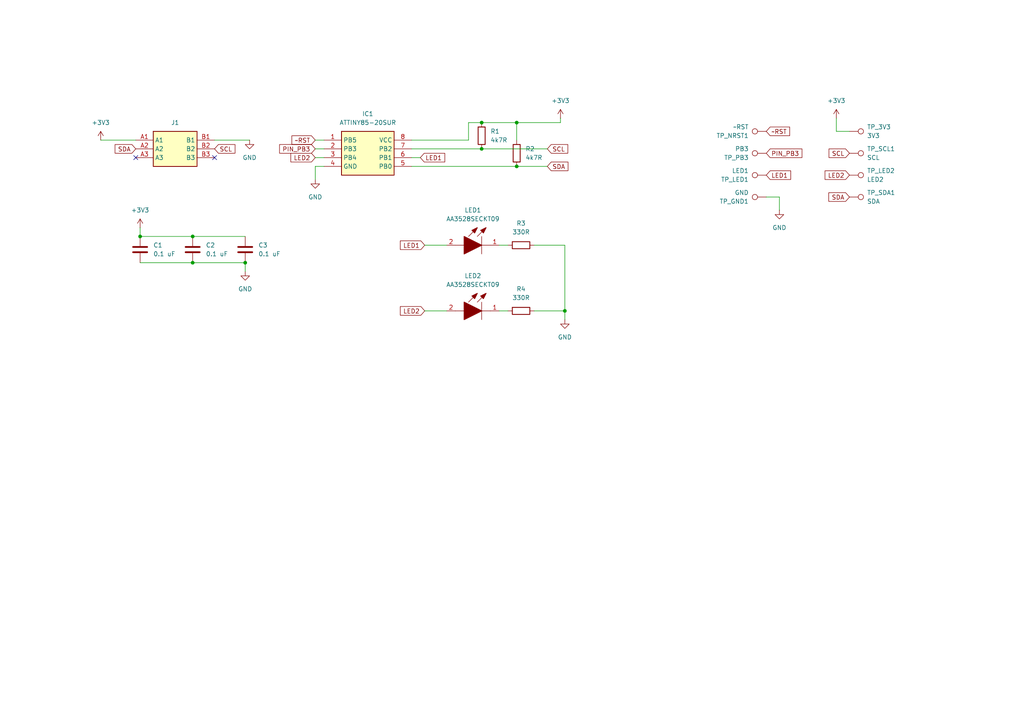
<source format=kicad_sch>
(kicad_sch (version 20231120) (generator "eeschema") (generator_version "8.0")
  (paper "A4")
  (lib_symbols
    (symbol "Connector:TestPoint" (pin_numbers hide) (pin_names (offset 0.762) hide)
      (property "Reference" "TP" (at 0 6.858 0))
      (property "Value" "TestPoint" (at 0 5.08 0))
      (symbol "TestPoint_0_1"
        (circle (center 0 3.302) (radius 0.762))
      )
      (symbol "TestPoint_1_1"
        (pin passive line (at 0 0 90) (length 2.54) (name "1") (number "1"))
      )
    )
    (symbol "Device:C" (pin_numbers hide) (pin_names (offset 0.254))
      (property "Reference" "C" (at 0.635 2.54 0))
      (property "Value" "C" (at 0.635 -2.54 0))
      (symbol "C_0_1"
        (polyline (pts (xy -2.032 -0.762) (xy 2.032 -0.762)) (stroke (width 0.508)))
        (polyline (pts (xy -2.032 0.762) (xy 2.032 0.762)) (stroke (width 0.508)))
      )
      (symbol "C_1_1"
        (pin passive line (at 0 3.81 270) (length 2.794) (name "~") (number "1"))
        (pin passive line (at 0 -3.81 90) (length 2.794) (name "~") (number "2"))
      )
    )
    (symbol "Device:R" (pin_numbers hide) (pin_names (offset 0))
      (property "Reference" "R" (at 2.032 0 90))
      (property "Value" "R" (at 0 0 90))
      (symbol "R_0_1"
        (rectangle (start -1.016 -2.54) (end 1.016 2.54) (stroke (width 0.254)))
      )
      (symbol "R_1_1"
        (pin passive line (at 0 3.81 270) (length 1.27) (name "~") (number "1"))
        (pin passive line (at 0 -3.81 90) (length 1.27) (name "~") (number "2"))
      )
    )
    (symbol "SamacSys_Parts_lib:AA3528SECKT09" (pin_names (offset 0.762))
      (property "Reference" "LED" (at 12.7 8.89 0))
      (property "Value" "AA3528SECKT09" (at 12.7 6.35 0))
      (symbol "AA3528SECKT09_0_0"
        (pin passive line (at 0 0 0) (length 2.54) (name "~") (number "1"))
        (pin passive line (at 15.24 0 180) (length 2.54) (name "~") (number "2"))
      )
      (symbol "AA3528SECKT09_0_1"
        (polyline (pts (xy 2.54 0) (xy 5.08 0)) (stroke (width 0.1524)))
        (polyline (pts (xy 5.08 2.54) (xy 5.08 -2.54)) (stroke (width 0.1524)))
        (polyline (pts (xy 6.35 2.54) (xy 3.81 5.08)) (stroke (width 0.1524)))
        (polyline (pts (xy 8.89 2.54) (xy 6.35 5.08)) (stroke (width 0.1524)))
        (polyline (pts (xy 10.16 0) (xy 12.7 0)) (stroke (width 0.1524)))
        (polyline (pts (xy 5.08 0) (xy 10.16 2.54) (xy 10.16 -2.54) (xy 5.08 0)) (stroke (width 0.254)) (fill (type outline)))
        (polyline (pts (xy 5.334 4.318) (xy 4.572 3.556) (xy 3.81 5.08) (xy 5.334 4.318)) (stroke (width 0.254)) (fill (type outline)))
        (polyline (pts (xy 7.874 4.318) (xy 7.112 3.556) (xy 6.35 5.08) (xy 7.874 4.318)) (stroke (width 0.254)) (fill (type outline)))
      )
    )
    (symbol "SamacSys_Parts_sym:10129383-906002BLF"
      (property "Reference" "J" (at 19.05 7.62 0))
      (property "Value" "10129383-906002BLF" (at 19.05 5.08 0))
      (symbol "10129383-906002BLF_1_1"
        (rectangle (start 5.08 2.54) (end 17.78 -7.62) (stroke (width 0.254)) (fill (type background)))
        (pin passive line (at 0 0 0) (length 5.08) (name "A1") (number "A1"))
        (pin passive line (at 0 -2.54 0) (length 5.08) (name "A2") (number "A2"))
        (pin passive line (at 0 -5.08 0) (length 5.08) (name "A3") (number "A3"))
        (pin passive line (at 22.86 0 180) (length 5.08) (name "B1") (number "B1"))
        (pin passive line (at 22.86 -2.54 180) (length 5.08) (name "B2") (number "B2"))
        (pin passive line (at 22.86 -5.08 180) (length 5.08) (name "B3") (number "B3"))
      )
    )
    (symbol "SamacSys_Parts_sym:ATTINY85-20SUR"
      (property "Reference" "IC" (at 21.59 7.62 0))
      (property "Value" "ATTINY85-20SUR" (at 21.59 5.08 0))
      (symbol "ATTINY85-20SUR_1_1"
        (rectangle (start 5.08 2.54) (end 20.32 -10.16) (stroke (width 0.254)) (fill (type background)))
        (pin passive line (at 0 0 0) (length 5.08) (name "PB5") (number "1"))
        (pin passive line (at 0 -2.54 0) (length 5.08) (name "PB3") (number "2"))
        (pin passive line (at 0 -5.08 0) (length 5.08) (name "PB4") (number "3"))
        (pin passive line (at 0 -7.62 0) (length 5.08) (name "GND") (number "4"))
        (pin passive line (at 25.4 -7.62 180) (length 5.08) (name "PB0") (number "5"))
        (pin passive line (at 25.4 -5.08 180) (length 5.08) (name "PB1") (number "6"))
        (pin passive line (at 25.4 -2.54 180) (length 5.08) (name "PB2") (number "7"))
        (pin passive line (at 25.4 0 180) (length 5.08) (name "VCC") (number "8"))
      )
    )
    (symbol "power:+3V3" (power) (pin_numbers hide) (pin_names (offset 0) hide)
      (property "Value" "+3V3" (at 0 3.556 0))
      (symbol "+3V3_0_1"
        (polyline (pts (xy -0.762 1.27) (xy 0 2.54)))
        (polyline (pts (xy 0 0) (xy 0 2.54)))
        (polyline (pts (xy 0 2.54) (xy 0.762 1.27)))
      )
      (symbol "+3V3_1_1"
        (pin power_in line (at 0 0 90) (length 0) (name "~") (number "1"))
      )
    )
    (symbol "power:GND" (power) (pin_numbers hide) (pin_names (offset 0) hide)
      (property "Value" "GND" (at 0 -3.81 0))
      (symbol "GND_0_1"
        (polyline (pts (xy 0 0) (xy 0 -1.27) (xy 1.27 -1.27) (xy 0 -2.54) (xy -1.27 -1.27) (xy 0 -1.27)))
      )
      (symbol "GND_1_1"
        (pin power_in line (at 0 0 270) (length 0) (name "~") (number "1"))
      )
    )
  )
  (junction (at 55.88 76.2))
  (junction (at 149.86 35.56))
  (junction (at 139.7 43.18))
  (junction (at 139.7 35.56))
  (junction (at 71.12 76.2))
  (junction (at 55.88 68.58))
  (junction (at 149.86 48.26))
  (junction (at 40.64 68.58))
  (junction (at 163.83 90.17))
  (no_connect (at 62.23 45.72))
  (no_connect (at 39.37 45.72))
  (wire (pts (xy 40.64 68.58) (xy 55.88 68.58)))
  (wire (pts (xy 149.86 35.56) (xy 149.86 40.64)))
  (wire (pts (xy 154.94 71.12) (xy 163.83 71.12)))
  (wire (pts (xy 149.86 48.26) (xy 158.75 48.26)))
  (wire (pts (xy 55.88 76.2) (xy 71.12 76.2)))
  (wire (pts (xy 119.38 40.64) (xy 135.89 40.64)))
  (wire (pts (xy 162.56 35.56) (xy 162.56 34.29)))
  (wire (pts (xy 242.57 34.29) (xy 242.57 38.1)))
  (wire (pts (xy 144.78 71.12) (xy 147.32 71.12)))
  (wire (pts (xy 40.64 66.04) (xy 40.64 68.58)))
  (wire (pts (xy 123.19 90.17) (xy 129.54 90.17)))
  (wire (pts (xy 149.86 35.56) (xy 162.56 35.56)))
  (wire (pts (xy 154.94 90.17) (xy 163.83 90.17)))
  (wire (pts (xy 139.7 43.18) (xy 158.75 43.18)))
  (wire (pts (xy 226.06 60.96) (xy 226.06 57.15)))
  (wire (pts (xy 91.44 40.64) (xy 93.98 40.64)))
  (wire (pts (xy 91.44 43.18) (xy 93.98 43.18)))
  (wire (pts (xy 91.44 52.07) (xy 91.44 48.26)))
  (wire (pts (xy 226.06 57.15) (xy 222.25 57.15)))
  (wire (pts (xy 91.44 48.26) (xy 93.98 48.26)))
  (wire (pts (xy 62.23 40.64) (xy 72.39 40.64)))
  (wire (pts (xy 135.89 35.56) (xy 135.89 40.64)))
  (wire (pts (xy 121.92 45.72) (xy 119.38 45.72)))
  (wire (pts (xy 91.44 45.72) (xy 93.98 45.72)))
  (wire (pts (xy 119.38 48.26) (xy 149.86 48.26)))
  (wire (pts (xy 163.83 92.71) (xy 163.83 90.17)))
  (wire (pts (xy 29.21 40.64) (xy 39.37 40.64)))
  (wire (pts (xy 139.7 35.56) (xy 149.86 35.56)))
  (wire (pts (xy 242.57 38.1) (xy 246.38 38.1)))
  (wire (pts (xy 144.78 90.17) (xy 147.32 90.17)))
  (wire (pts (xy 123.19 71.12) (xy 129.54 71.12)))
  (wire (pts (xy 55.88 68.58) (xy 71.12 68.58)))
  (wire (pts (xy 135.89 35.56) (xy 139.7 35.56)))
  (wire (pts (xy 163.83 90.17) (xy 163.83 71.12)))
  (wire (pts (xy 71.12 78.74) (xy 71.12 76.2)))
  (wire (pts (xy 40.64 76.2) (xy 55.88 76.2)))
  (wire (pts (xy 119.38 43.18) (xy 139.7 43.18)))
  (global_label "LED1" (shape input) (at 121.92 45.72 0) (property "Intersheetrefs" "${INTERSHEET_REFS}" (effects (hide yes))))
  (global_label "SCL" (shape input) (at 158.75 43.18 0) (property "Intersheetrefs" "${INTERSHEET_REFS}" (effects (hide yes))))
  (global_label "LED2" (shape input) (at 91.44 45.72 180) (property "Intersheetrefs" "${INTERSHEET_REFS}" (effects (hide yes))))
  (global_label "SDA" (shape input) (at 246.38 57.15 180) (property "Intersheetrefs" "${INTERSHEET_REFS}" (effects (hide yes))))
  (global_label "SCL" (shape input) (at 62.23 43.18 0) (property "Intersheetrefs" "${INTERSHEET_REFS}" (effects (hide yes))))
  (global_label "LED2" (shape input) (at 123.19 90.17 180) (property "Intersheetrefs" "${INTERSHEET_REFS}" (effects (hide yes))))
  (global_label "PIN_PB3" (shape input) (at 222.25 44.45 0) (property "Intersheetrefs" "${INTERSHEET_REFS}" (effects (hide yes))))
  (global_label "~RST" (shape input) (at 91.44 40.64 180) (property "Intersheetrefs" "${INTERSHEET_REFS}" (effects (hide yes))))
  (global_label "LED2" (shape input) (at 246.38 50.8 180) (property "Intersheetrefs" "${INTERSHEET_REFS}" (effects (hide yes))))
  (global_label "~RST" (shape input) (at 222.25 38.1 0) (property "Intersheetrefs" "${INTERSHEET_REFS}" (effects (hide yes))))
  (global_label "LED1" (shape input) (at 222.25 50.8 0) (property "Intersheetrefs" "${INTERSHEET_REFS}" (effects (hide yes))))
  (global_label "PIN_PB3" (shape input) (at 91.44 43.18 180) (property "Intersheetrefs" "${INTERSHEET_REFS}" (effects (hide yes))))
  (global_label "LED1" (shape input) (at 123.19 71.12 180) (property "Intersheetrefs" "${INTERSHEET_REFS}" (effects (hide yes))))
  (global_label "SDA" (shape input) (at 158.75 48.26 0) (property "Intersheetrefs" "${INTERSHEET_REFS}" (effects (hide yes))))
  (global_label "SDA" (shape input) (at 39.37 43.18 180) (property "Intersheetrefs" "${INTERSHEET_REFS}" (effects (hide yes))))
  (global_label "SCL" (shape input) (at 246.38 44.45 180) (property "Intersheetrefs" "${INTERSHEET_REFS}" (effects (hide yes))))
  (symbol (lib_id "Device:C") (at 55.88 72.39 0) (unit 1)
    (property "Reference" "C2" (at 59.69 71.1199 0) (effects (justify left)))
    (property "Value" "0.1 uF" (at 59.69 73.6599 0) (effects (justify left)))
    (property "Footprint" "Capacitor_SMD:C_0603_1608Metric_Pad1.08x0.95mm_HandSolder" (effects (hide yes)))
    (property "Description" "Unpolarized capacitor" (effects (hide yes)))
  )
  (symbol (lib_id "Device:R") (at 139.7 39.37 0) (unit 1)
    (property "Reference" "R1" (at 142.24 38.0999 0) (effects (justify left)))
    (property "Value" "4k7R" (at 142.24 40.6399 0) (effects (justify left)))
    (property "Footprint" "Resistor_SMD:R_0603_1608Metric_Pad0.98x0.95mm_HandSolder" (effects (hide yes)))
    (property "Description" "Resistor" (effects (hide yes)))
  )
  (symbol (lib_id "Connector:TestPoint") (at 246.38 57.15 270) (unit 1)
    (property "Reference" "TP_SDA1" (at 251.46 55.8799 90) (effects (justify left)))
    (property "Value" "SDA" (at 251.46 58.4199 90) (effects (justify left)))
    (property "Footprint" "TestPoint:TestPoint_Pad_D1.0mm" (effects (hide yes)))
    (property "Description" "test point" (effects (hide yes)))
  )
  (symbol (lib_id "power:GND") (at 226.06 60.96 0) (unit 1)
    (property "Reference" "#PWR07" (effects (hide yes)))
    (property "Value" "GND" (at 226.06 66.04 0))
    (property "Description" "Power symbol creates a global label with name \"GND\" , ground" (effects (hide yes)))
  )
  (symbol (lib_id "power:+3V3") (at 29.21 40.64 0) (unit 1)
    (property "Reference" "#PWR02" (effects (hide yes)))
    (property "Value" "+3V3" (at 29.21 35.56 0))
    (property "Description" "Power symbol creates a global label with name \"+3V3\"" (effects (hide yes)))
  )
  (symbol (lib_id "power:+3V3") (at 40.64 66.04 0) (unit 1)
    (property "Reference" "#PWR09" (effects (hide yes)))
    (property "Value" "+3V3" (at 40.64 60.96 0))
    (property "Description" "Power symbol creates a global label with name \"+3V3\"" (effects (hide yes)))
  )
  (symbol (lib_id "SamacSys_Parts_lib:AA3528SECKT09") (at 144.78 71.12 0) (mirror y) (unit 1)
    (property "Reference" "LED1" (at 137.16 60.96 0))
    (property "Value" "AA3528SECKT09" (at 137.16 63.5 0))
    (property "Footprint" "SamacSys_Parts:AA3528SECKT09" (effects (hide yes)))
    (property "Datasheet" "https://www.kingbrightusa.com/images/catalog/SPEC/AA3528SECKT09.pdf" (effects (hide yes)))
    (property "Description" "Standard LEDs - SMD 3.5x2.8mm ORANGE Z BEND" (effects (hide yes)))
    (property "Description_1" "Standard LEDs - SMD 3.5x2.8mm ORANGE Z BEND" (effects (hide yes)))
    (property "Height" "2.15" (effects (hide yes)))
    (property "Mouser Part Number" "604-AA3528SECKT09" (effects (hide yes)))
    (property "Mouser Price/Stock" "https://www.mouser.co.uk/ProductDetail/Kingbright/AA3528SECKT09?qs=PzGy0jfpSMsnOvrc03wD0w%3D%3D" (effects (hide yes)))
    (property "Manufacturer_Name" "Kingbright" (effects (hide yes)))
    (property "Manufacturer_Part_Number" "AA3528SECKT09" (effects (hide yes)))
  )
  (symbol (lib_id "Connector:TestPoint") (at 246.38 38.1 270) (unit 1)
    (property "Reference" "TP_3V3" (at 251.46 36.8299 90) (effects (justify left)))
    (property "Value" "3V3" (at 251.46 39.3699 90) (effects (justify left)))
    (property "Footprint" "TestPoint:TestPoint_Pad_D1.0mm" (effects (hide yes)))
    (property "Description" "test point" (effects (hide yes)))
  )
  (symbol (lib_id "Connector:TestPoint") (at 222.25 57.15 90) (unit 1)
    (property "Reference" "TP_GND1" (at 217.17 58.4201 90) (effects (justify left)))
    (property "Value" "GND" (at 217.17 55.8801 90) (effects (justify left)))
    (property "Footprint" "TestPoint:TestPoint_Pad_D1.0mm" (effects (hide yes)))
    (property "Description" "test point" (effects (hide yes)))
  )
  (symbol (lib_id "Device:C") (at 71.12 72.39 0) (unit 1)
    (property "Reference" "C3" (at 74.93 71.1199 0) (effects (justify left)))
    (property "Value" "0.1 uF" (at 74.93 73.6599 0) (effects (justify left)))
    (property "Footprint" "Capacitor_SMD:C_0603_1608Metric_Pad1.08x0.95mm_HandSolder" (effects (hide yes)))
    (property "Description" "Unpolarized capacitor" (effects (hide yes)))
  )
  (symbol (lib_id "SamacSys_Parts_lib:AA3528SECKT09") (at 144.78 90.17 0) (mirror y) (unit 1)
    (property "Reference" "LED2" (at 137.16 80.01 0))
    (property "Value" "AA3528SECKT09" (at 137.16 82.55 0))
    (property "Footprint" "SamacSys_Parts:AA3528SECKT09" (effects (hide yes)))
    (property "Datasheet" "https://www.kingbrightusa.com/images/catalog/SPEC/AA3528SECKT09.pdf" (effects (hide yes)))
    (property "Description" "Standard LEDs - SMD 3.5x2.8mm ORANGE Z BEND" (effects (hide yes)))
    (property "Description_1" "Standard LEDs - SMD 3.5x2.8mm ORANGE Z BEND" (effects (hide yes)))
    (property "Height" "2.15" (effects (hide yes)))
    (property "Mouser Part Number" "604-AA3528SECKT09" (effects (hide yes)))
    (property "Mouser Price/Stock" "https://www.mouser.co.uk/ProductDetail/Kingbright/AA3528SECKT09?qs=PzGy0jfpSMsnOvrc03wD0w%3D%3D" (effects (hide yes)))
    (property "Manufacturer_Name" "Kingbright" (effects (hide yes)))
    (property "Manufacturer_Part_Number" "AA3528SECKT09" (effects (hide yes)))
  )
  (symbol (lib_id "Connector:TestPoint") (at 246.38 50.8 270) (unit 1)
    (property "Reference" "TP_LED2" (at 251.46 49.5299 90) (effects (justify left)))
    (property "Value" "LED2" (at 251.46 52.0699 90) (effects (justify left)))
    (property "Footprint" "TestPoint:TestPoint_Pad_D1.0mm" (effects (hide yes)))
    (property "Description" "test point" (effects (hide yes)))
  )
  (symbol (lib_id "power:GND") (at 72.39 40.64 0) (unit 1)
    (property "Reference" "#PWR03" (effects (hide yes)))
    (property "Value" "GND" (at 72.39 45.72 0))
    (property "Description" "Power symbol creates a global label with name \"GND\" , ground" (effects (hide yes)))
  )
  (symbol (lib_id "Connector:TestPoint") (at 222.25 50.8 90) (unit 1)
    (property "Reference" "TP_LED1" (at 217.17 52.0701 90) (effects (justify left)))
    (property "Value" "LED1" (at 217.17 49.5301 90) (effects (justify left)))
    (property "Footprint" "TestPoint:TestPoint_Pad_D1.0mm" (effects (hide yes)))
    (property "Description" "test point" (effects (hide yes)))
  )
  (symbol (lib_id "power:+3V3") (at 162.56 34.29 0) (unit 1)
    (property "Reference" "#PWR05" (effects (hide yes)))
    (property "Value" "+3V3" (at 162.56 29.21 0))
    (property "Description" "Power symbol creates a global label with name \"+3V3\"" (effects (hide yes)))
  )
  (symbol (lib_id "Device:R") (at 149.86 44.45 0) (unit 1)
    (property "Reference" "R2" (at 152.4 43.1799 0) (effects (justify left)))
    (property "Value" "4k7R" (at 152.4 45.7199 0) (effects (justify left)))
    (property "Footprint" "Resistor_SMD:R_0603_1608Metric_Pad0.98x0.95mm_HandSolder" (effects (hide yes)))
    (property "Description" "Resistor" (effects (hide yes)))
  )
  (symbol (lib_id "Connector:TestPoint") (at 222.25 44.45 90) (unit 1)
    (property "Reference" "TP_PB3" (at 217.17 45.7201 90) (effects (justify left)))
    (property "Value" "PB3" (at 217.17 43.1801 90) (effects (justify left)))
    (property "Footprint" "TestPoint:TestPoint_Pad_D1.0mm" (effects (hide yes)))
    (property "Description" "test point" (effects (hide yes)))
  )
  (symbol (lib_id "SamacSys_Parts_sym:ATTINY85-20SUR") (at 93.98 40.64 0) (unit 1)
    (property "Reference" "IC1" (at 106.68 33.02 0))
    (property "Value" "ATTINY85-20SUR" (at 106.68 35.56 0))
    (property "Footprint" "SamacSys_Parts:SOIC127P798X216-8N" (effects (hide yes)))
    (property "Datasheet" "http://ww1.microchip.com/downloads/en/DeviceDoc/Atmel-2586-AVR-8-bit-Microcontroller-ATtiny25-ATtiny45-ATtiny85_Datasheet.pdf" (effects (hide yes)))
    (property "Description" "MICROCHIP - ATTINY85-20SUR - MCU, 8BIT, AVR, 20MHZ, SOIJ-8" (effects (hide yes)))
    (property "Height" "2.16" (effects (hide yes)))
    (property "Mouser Part Number" "556-ATTINY85-20SUR" (effects (hide yes)))
    (property "Mouser Price/Stock" "https://www.mouser.co.uk/ProductDetail/Microchip-Technology/ATTINY85-20SUR?qs=6Dg1WZIWLC6UmR7J9f97hw%3D%3D" (effects (hide yes)))
    (property "Manufacturer_Name" "Microchip" (effects (hide yes)))
    (property "Manufacturer_Part_Number" "ATTINY85-20SUR" (effects (hide yes)))
  )
  (symbol (lib_id "Connector:TestPoint") (at 246.38 44.45 270) (unit 1)
    (property "Reference" "TP_SCL1" (at 251.46 43.1799 90) (effects (justify left)))
    (property "Value" "SCL" (at 251.46 45.7199 90) (effects (justify left)))
    (property "Footprint" "TestPoint:TestPoint_Pad_D1.0mm" (effects (hide yes)))
    (property "Description" "test point" (effects (hide yes)))
  )
  (symbol (lib_id "Device:C") (at 40.64 72.39 0) (unit 1)
    (property "Reference" "C1" (at 44.45 71.1199 0) (effects (justify left)))
    (property "Value" "0.1 uF" (at 44.45 73.6599 0) (effects (justify left)))
    (property "Footprint" "Capacitor_SMD:C_0603_1608Metric_Pad1.08x0.95mm_HandSolder" (effects (hide yes)))
    (property "Description" "Unpolarized capacitor" (effects (hide yes)))
  )
  (symbol (lib_id "Connector:TestPoint") (at 222.25 38.1 90) (unit 1)
    (property "Reference" "TP_NRST1" (at 217.17 39.3701 90) (effects (justify left)))
    (property "Value" "~RST" (at 217.17 36.8301 90) (effects (justify left)))
    (property "Footprint" "TestPoint:TestPoint_Pad_D1.0mm" (effects (hide yes)))
    (property "Description" "test point" (effects (hide yes)))
  )
  (symbol (lib_id "power:GND") (at 91.44 52.07 0) (unit 1)
    (property "Reference" "#PWR04" (effects (hide yes)))
    (property "Value" "GND" (at 91.44 57.15 0))
    (property "Description" "Power symbol creates a global label with name \"GND\" , ground" (effects (hide yes)))
  )
  (symbol (lib_id "Device:R") (at 151.13 71.12 90) (unit 1)
    (property "Reference" "R3" (at 151.13 64.77 90))
    (property "Value" "330R" (at 151.13 67.31 90))
    (property "Footprint" "Resistor_SMD:R_0603_1608Metric_Pad0.98x0.95mm_HandSolder" (effects (hide yes)))
    (property "Description" "Resistor" (effects (hide yes)))
  )
  (symbol (lib_id "power:+3V3") (at 242.57 34.29 0) (unit 1)
    (property "Reference" "#PWR06" (effects (hide yes)))
    (property "Value" "+3V3" (at 242.57 29.21 0))
    (property "Description" "Power symbol creates a global label with name \"+3V3\"" (effects (hide yes)))
  )
  (symbol (lib_id "power:GND") (at 71.12 78.74 0) (unit 1)
    (property "Reference" "#PWR08" (effects (hide yes)))
    (property "Value" "GND" (at 71.12 83.82 0))
    (property "Description" "Power symbol creates a global label with name \"GND\" , ground" (effects (hide yes)))
  )
  (symbol (lib_id "SamacSys_Parts_sym:10129383-906002BLF") (at 39.37 40.64 0) (unit 1)
    (property "Reference" "J1" (at 50.8 35.56 0))
    (property "Value" "10129383-906002BLF" (effects (hide yes)))
    (property "Footprint" "SamacSys_Parts:10129383906002BLF" (effects (hide yes)))
    (property "Datasheet" "https://cdn.amphenol-cs.com/media/wysiwyg/files/documentation/datasheet/boardwiretoboard/bwb_econostik_254headers.pdf" (effects (hide yes)))
    (property "Description" "EconoStik, Board to Board connector, Unshrouded Vertical Header, Surface Mount, Double Row, 6 Positions, 2.54 mm (0.100in) Pitch." (effects (hide yes)))
    (property "Height" "12.09" (effects (hide yes)))
    (property "Manufacturer_Name" "Amphenol Communications Solutions" (effects (hide yes)))
    (property "Manufacturer_Part_Number" "10129383-906002BLF" (effects (hide yes)))
  )
  (symbol (lib_id "power:GND") (at 163.83 92.71 0) (unit 1)
    (property "Reference" "#PWR01" (effects (hide yes)))
    (property "Value" "GND" (at 163.83 97.79 0))
    (property "Description" "Power symbol creates a global label with name \"GND\" , ground" (effects (hide yes)))
  )
  (symbol (lib_id "Device:R") (at 151.13 90.17 90) (unit 1)
    (property "Reference" "R4" (at 151.13 83.82 90))
    (property "Value" "330R" (at 151.13 86.36 90))
    (property "Footprint" "Resistor_SMD:R_0603_1608Metric_Pad0.98x0.95mm_HandSolder" (effects (hide yes)))
    (property "Description" "Resistor" (effects (hide yes)))
  )
)
</source>
